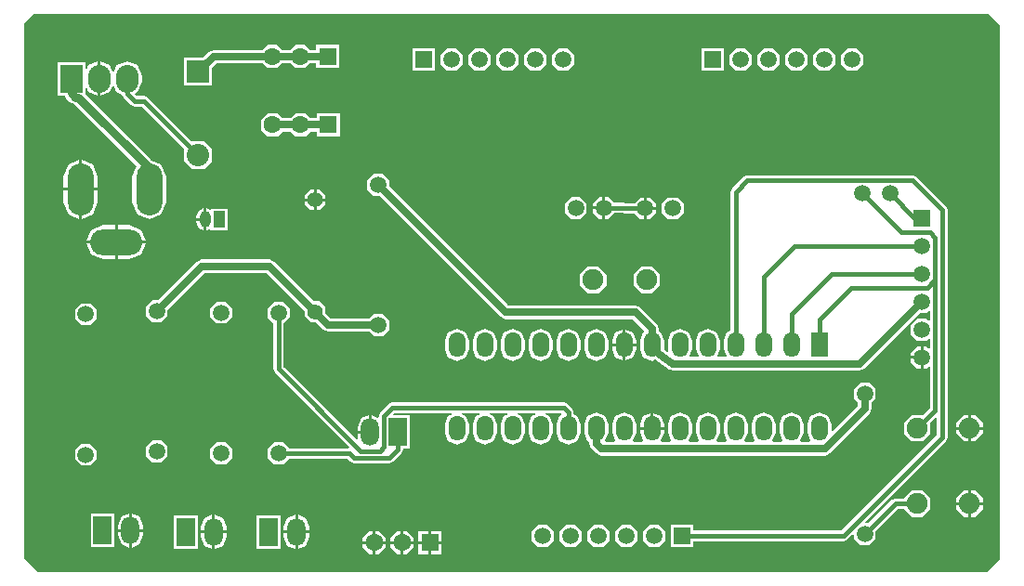
<source format=gbl>
G04*
G04 #@! TF.GenerationSoftware,Altium Limited,Altium Designer,24.1.2 (44)*
G04*
G04 Layer_Physical_Order=2*
G04 Layer_Color=16711680*
%FSLAX44Y44*%
%MOMM*%
G71*
G04*
G04 #@! TF.SameCoordinates,1A3C5EF7-D8C1-486F-82F1-317441259842*
G04*
G04*
G04 #@! TF.FilePolarity,Positive*
G04*
G01*
G75*
%ADD10C,0.3810*%
%ADD17C,0.7620*%
%ADD40C,0.6350*%
%ADD41R,1.5240X2.2860*%
%ADD42O,1.5240X2.2860*%
%ADD43C,1.9050*%
%ADD44R,1.0000X1.5000*%
%ADD45O,1.0000X1.5000*%
%ADD46C,1.5000*%
%ADD47C,2.0320*%
%ADD48R,2.0320X2.0320*%
%ADD49O,2.0320X2.5400*%
%ADD50R,2.0320X2.5400*%
%ADD51O,2.3500X4.7500*%
%ADD52O,4.7500X2.3500*%
%ADD53C,1.5200*%
%ADD54R,1.5200X1.5200*%
%ADD55R,1.5200X1.5200*%
%ADD56O,1.6510X2.5400*%
%ADD57R,1.6510X2.5400*%
%ADD58C,1.4000*%
%ADD59R,1.6000X1.6000*%
%ADD60C,1.6000*%
G36*
X894519Y503728D02*
Y17260D01*
X882714Y5455D01*
X17759D01*
X5562Y17652D01*
Y505481D01*
X14596Y514516D01*
X883730D01*
X894519Y503728D01*
D02*
G37*
%LPC*%
G36*
X292580Y485980D02*
X271500D01*
Y481626D01*
X265360D01*
X261005Y485980D01*
X252274D01*
X247920Y481626D01*
X239960D01*
X235606Y485980D01*
X226874D01*
X222520Y481626D01*
X177900D01*
X173526Y479814D01*
X167882Y474170D01*
X151230D01*
Y448770D01*
X176630D01*
Y465422D01*
X180462Y469254D01*
X222520D01*
X226874Y464900D01*
X235606D01*
X239960Y469254D01*
X247920D01*
X252274Y464900D01*
X261005D01*
X265360Y469254D01*
X271500D01*
Y464900D01*
X292580D01*
Y485980D01*
D02*
G37*
G36*
X72490Y470880D02*
X64040Y467380D01*
X62305Y463193D01*
X61060Y463441D01*
Y470360D01*
X35660D01*
Y439880D01*
X42336D01*
X43500Y437071D01*
X47052Y433518D01*
X50974Y431893D01*
X107531Y375337D01*
X103766Y366250D01*
Y342250D01*
X108297Y331313D01*
X119234Y326782D01*
X130171Y331313D01*
X134701Y342250D01*
Y366250D01*
X130171Y377187D01*
X121551Y380757D01*
X61060Y441248D01*
Y446799D01*
X62305Y447047D01*
X64040Y442860D01*
X72490Y439360D01*
Y455120D01*
Y470880D01*
D02*
G37*
G36*
X763760Y483040D02*
X755360D01*
X749420Y477100D01*
Y468700D01*
X755360Y462760D01*
X763760D01*
X769700Y468700D01*
Y477100D01*
X763760Y483040D01*
D02*
G37*
G36*
X738360D02*
X729960D01*
X724020Y477100D01*
Y468700D01*
X729960Y462760D01*
X738360D01*
X744300Y468700D01*
Y477100D01*
X738360Y483040D01*
D02*
G37*
G36*
X712960D02*
X704560D01*
X698620Y477100D01*
Y468700D01*
X704560Y462760D01*
X712960D01*
X718900Y468700D01*
Y477100D01*
X712960Y483040D01*
D02*
G37*
G36*
X687560D02*
X679160D01*
X673220Y477100D01*
Y468700D01*
X679160Y462760D01*
X687560D01*
X693500Y468700D01*
Y477100D01*
X687560Y483040D01*
D02*
G37*
G36*
X662160D02*
X653760D01*
X647820Y477100D01*
Y468700D01*
X653760Y462760D01*
X662160D01*
X668100Y468700D01*
Y477100D01*
X662160Y483040D01*
D02*
G37*
G36*
X642700D02*
X622420D01*
Y462760D01*
X642700D01*
Y483040D01*
D02*
G37*
G36*
X500870D02*
X492470D01*
X486530Y477100D01*
Y468700D01*
X492470Y462760D01*
X500870D01*
X506810Y468700D01*
Y477100D01*
X500870Y483040D01*
D02*
G37*
G36*
X475470D02*
X467070D01*
X461130Y477100D01*
Y468700D01*
X467070Y462760D01*
X475470D01*
X481410Y468700D01*
Y477100D01*
X475470Y483040D01*
D02*
G37*
G36*
X450070D02*
X441670D01*
X435730Y477100D01*
Y468700D01*
X441670Y462760D01*
X450070D01*
X456010Y468700D01*
Y477100D01*
X450070Y483040D01*
D02*
G37*
G36*
X424670D02*
X416270D01*
X410330Y477100D01*
Y468700D01*
X416270Y462760D01*
X424670D01*
X430610Y468700D01*
Y477100D01*
X424670Y483040D01*
D02*
G37*
G36*
X399270D02*
X390870D01*
X384930Y477100D01*
Y468700D01*
X390870Y462760D01*
X399270D01*
X405210Y468700D01*
Y477100D01*
X399270Y483040D01*
D02*
G37*
G36*
X379810D02*
X359530D01*
Y462760D01*
X379810D01*
Y483040D01*
D02*
G37*
G36*
X99160Y471406D02*
X89440Y467380D01*
X87095Y461719D01*
X85825D01*
X83480Y467380D01*
X75030Y470880D01*
Y455120D01*
Y439360D01*
X83480Y442860D01*
X85825Y448521D01*
X87095D01*
X89440Y442860D01*
X94583Y440729D01*
X95758Y437893D01*
X102485Y431166D01*
X105887Y429757D01*
X112639D01*
X151547Y390848D01*
X151230Y390530D01*
Y380009D01*
X158669Y372570D01*
X169190D01*
X176630Y380009D01*
Y390530D01*
X169190Y397970D01*
X158669D01*
X158352Y397652D01*
X118033Y437970D01*
X114631Y439379D01*
X107880D01*
X106520Y440739D01*
X106768Y441985D01*
X108880Y442860D01*
X112906Y452580D01*
Y457660D01*
X108880Y467380D01*
X99160Y471406D01*
D02*
G37*
G36*
X293088Y423750D02*
X272008D01*
Y419396D01*
X265868D01*
X261514Y423750D01*
X252782D01*
X248428Y419396D01*
X240468D01*
X236113Y423750D01*
X227382D01*
X221208Y417576D01*
Y408844D01*
X227382Y402670D01*
X236113D01*
X240468Y407024D01*
X248428D01*
X252782Y402670D01*
X261514D01*
X265868Y407024D01*
X272008D01*
Y402670D01*
X293088D01*
Y423750D01*
D02*
G37*
G36*
X58020Y381191D02*
Y355520D01*
X72217D01*
Y366250D01*
X67687Y377187D01*
X58020Y381191D01*
D02*
G37*
G36*
X55480D02*
X45813Y377187D01*
X41283Y366250D01*
Y355520D01*
X55480D01*
Y381191D01*
D02*
G37*
G36*
X274307Y354370D02*
X271626D01*
Y346100D01*
X279896D01*
Y348782D01*
X274307Y354370D01*
D02*
G37*
G36*
X269086D02*
X266404D01*
X260816Y348782D01*
Y346100D01*
X269086D01*
Y354370D01*
D02*
G37*
G36*
X531976Y347558D02*
X529087D01*
X523206Y341676D01*
Y338788D01*
X531976D01*
Y347558D01*
D02*
G37*
G36*
X575250Y347050D02*
X572362D01*
Y338280D01*
X581132D01*
Y341169D01*
X575250Y347050D01*
D02*
G37*
G36*
X279896Y343560D02*
X271626D01*
Y335290D01*
X274307D01*
X279896Y340878D01*
Y343560D01*
D02*
G37*
G36*
X269086D02*
X260816D01*
Y340878D01*
X266404Y335290D01*
X269086D01*
Y343560D01*
D02*
G37*
G36*
X169010Y336985D02*
X164509Y335121D01*
X162118Y329350D01*
Y328120D01*
X169010D01*
Y336985D01*
D02*
G37*
G36*
X531976Y336248D02*
X523206D01*
Y333359D01*
X529087Y327478D01*
X531976D01*
Y336248D01*
D02*
G37*
G36*
X512004Y347558D02*
X503687D01*
X497806Y341676D01*
Y333359D01*
X503687Y327478D01*
X512004D01*
X517886Y333359D01*
Y341676D01*
X512004Y347558D01*
D02*
G37*
G36*
X72217Y352980D02*
X58020D01*
Y327309D01*
X67687Y331313D01*
X72217Y342250D01*
Y352980D01*
D02*
G37*
G36*
X55480D02*
X41283D01*
Y342250D01*
X45813Y331313D01*
X55480Y327309D01*
Y352980D01*
D02*
G37*
G36*
X600650Y347050D02*
X592333D01*
X586452Y341169D01*
Y332851D01*
X592333Y326970D01*
X600650D01*
X606532Y332851D01*
Y341169D01*
X600650Y347050D01*
D02*
G37*
G36*
X581132Y335740D02*
X572362D01*
Y326970D01*
X575250D01*
X581132Y332851D01*
Y335740D01*
D02*
G37*
G36*
X537404Y347558D02*
X534516D01*
Y337518D01*
Y327478D01*
X537404D01*
X542633Y332706D01*
X551193D01*
X552419Y332198D01*
X561704D01*
X566933Y326970D01*
X569822D01*
Y337010D01*
Y347050D01*
X566933D01*
X561704Y341821D01*
X553138D01*
X551911Y342329D01*
X542633D01*
X537404Y347558D01*
D02*
G37*
G36*
X171550Y336985D02*
Y326850D01*
Y316715D01*
X174384Y317889D01*
X175440Y317183D01*
Y316810D01*
X190520D01*
Y336890D01*
X175440D01*
Y336517D01*
X174384Y335811D01*
X171550Y336985D01*
D02*
G37*
G36*
X169010Y325580D02*
X162118D01*
Y324350D01*
X164509Y318579D01*
X169010Y316715D01*
Y325580D01*
D02*
G37*
G36*
X101262Y321711D02*
X90532D01*
Y307514D01*
X116203D01*
X112199Y317181D01*
X101262Y321711D01*
D02*
G37*
G36*
X87992D02*
X77262D01*
X66325Y317181D01*
X62321Y307514D01*
X87992D01*
Y321711D01*
D02*
G37*
G36*
X116203Y304974D02*
X90532D01*
Y290776D01*
X101262D01*
X112199Y295307D01*
X116203Y304974D01*
D02*
G37*
G36*
X87992D02*
X62321D01*
X66325Y295307D01*
X77262Y290776D01*
X87992D01*
Y304974D01*
D02*
G37*
G36*
X577729Y283797D02*
X567734D01*
X560667Y276729D01*
Y266734D01*
X567734Y259667D01*
X577729D01*
X584797Y266734D01*
Y276729D01*
X577729Y283797D01*
D02*
G37*
G36*
X528729D02*
X518734D01*
X511667Y276729D01*
Y266734D01*
X518734Y259667D01*
X528729D01*
X535797Y266734D01*
Y276729D01*
X528729Y283797D01*
D02*
G37*
G36*
X332172Y368632D02*
X323855D01*
X317974Y362750D01*
Y354433D01*
X323855Y348552D01*
X329306D01*
X439941Y237916D01*
X444315Y236104D01*
X559509D01*
X570147Y225466D01*
X569899Y224221D01*
X569574Y224086D01*
X566353Y216310D01*
Y208690D01*
X569574Y200914D01*
X577350Y197693D01*
X580464Y198983D01*
X592734Y190305D01*
X594569Y189889D01*
X596306Y189169D01*
X766721D01*
X771095Y190981D01*
X821894Y241780D01*
X827486D01*
X829391Y243685D01*
X830564Y243199D01*
Y235241D01*
X829391Y234755D01*
X827486Y236660D01*
X819086D01*
X813146Y230720D01*
Y222320D01*
X819086Y216380D01*
X827486D01*
X829391Y218284D01*
X830564Y217799D01*
Y209841D01*
X829391Y209355D01*
X827486Y211260D01*
X824556D01*
Y201120D01*
Y190980D01*
X827486D01*
X829391Y192885D01*
X830564Y192398D01*
Y154976D01*
X824125Y148537D01*
X823993Y148669D01*
X813998D01*
X806931Y141601D01*
Y131606D01*
X813998Y124539D01*
X823993D01*
X831061Y131606D01*
Y141601D01*
X830929Y141733D01*
X835741Y146545D01*
X836914Y146059D01*
Y130237D01*
X749794Y43117D01*
X615014D01*
Y48446D01*
X594734D01*
Y28166D01*
X615014D01*
Y33495D01*
X751787D01*
X755189Y34904D01*
X760030Y39745D01*
X761204Y39259D01*
Y35679D01*
X767085Y29798D01*
X775402D01*
X781284Y35679D01*
Y43074D01*
X801169Y62958D01*
X806931D01*
Y62772D01*
X813998Y55705D01*
X823993D01*
X831061Y62772D01*
Y72767D01*
X823993Y79835D01*
X813998D01*
X806931Y72767D01*
Y72581D01*
X799176D01*
X795773Y71172D01*
X774480Y49878D01*
X771822D01*
X771336Y51051D01*
X845127Y124842D01*
X846536Y128244D01*
Y335508D01*
X845127Y338910D01*
X818203Y365834D01*
X814801Y367243D01*
X664179D01*
X660777Y365834D01*
X650148Y355205D01*
X648739Y351803D01*
Y225314D01*
X645774Y224086D01*
X642553Y216310D01*
Y208690D01*
X645077Y202597D01*
X644371Y201541D01*
X637329D01*
X636623Y202597D01*
X639147Y208690D01*
Y216310D01*
X635926Y224086D01*
X628150Y227307D01*
X620374Y224086D01*
X617153Y216310D01*
Y208690D01*
X619677Y202597D01*
X618971Y201541D01*
X611929D01*
X611223Y202597D01*
X613747Y208690D01*
Y216310D01*
X610526Y224086D01*
X602750Y227307D01*
X594974Y224086D01*
X591753Y216310D01*
Y208690D01*
X592364Y207214D01*
X591372Y206422D01*
X588306Y208590D01*
X588347Y208690D01*
Y216310D01*
X585126Y224086D01*
X583536Y224745D01*
Y227012D01*
X581724Y231386D01*
X566445Y246664D01*
X562071Y248476D01*
X446878D01*
X338054Y357300D01*
Y362750D01*
X332172Y368632D01*
D02*
G37*
G36*
X189170Y252046D02*
X180853D01*
X174972Y246164D01*
Y237847D01*
X180853Y231966D01*
X189170D01*
X195052Y237847D01*
Y246164D01*
X189170Y252046D01*
D02*
G37*
G36*
X65726Y250522D02*
X57409D01*
X51528Y244640D01*
Y236323D01*
X57409Y230442D01*
X65726D01*
X71608Y236323D01*
Y244640D01*
X65726Y250522D01*
D02*
G37*
G36*
X228985Y290386D02*
X167008D01*
X162634Y288574D01*
X127376Y253316D01*
X121925D01*
X116044Y247434D01*
Y239117D01*
X121925Y233236D01*
X130242D01*
X136124Y239117D01*
Y244568D01*
X169571Y278014D01*
X226423D01*
X260816Y243622D01*
Y238878D01*
X266404Y233290D01*
X271148D01*
X278219Y226218D01*
X282593Y224406D01*
X320001D01*
X323855Y220552D01*
X332172D01*
X338054Y226433D01*
Y234751D01*
X332172Y240632D01*
X323855D01*
X320001Y236778D01*
X285156D01*
X279896Y242038D01*
Y246781D01*
X274307Y252370D01*
X269564D01*
X233359Y288574D01*
X228985Y290386D01*
D02*
G37*
G36*
X553220Y226781D02*
Y213770D01*
X562947D01*
Y216310D01*
X559726Y224086D01*
X553220Y226781D01*
D02*
G37*
G36*
X550680D02*
X544174Y224086D01*
X540953Y216310D01*
Y213770D01*
X550680D01*
Y226781D01*
D02*
G37*
G36*
X822016Y211260D02*
X819086D01*
X813146Y205320D01*
Y202390D01*
X822016D01*
Y211260D01*
D02*
G37*
G36*
X562947Y211230D02*
X553220D01*
Y198219D01*
X559726Y200914D01*
X562947Y208690D01*
Y211230D01*
D02*
G37*
G36*
X550680D02*
X540953D01*
Y208690D01*
X544174Y200914D01*
X550680Y198219D01*
Y211230D01*
D02*
G37*
G36*
X526550Y227307D02*
X518774Y224086D01*
X515553Y216310D01*
Y208690D01*
X518774Y200914D01*
X526550Y197693D01*
X534326Y200914D01*
X537547Y208690D01*
Y216310D01*
X534326Y224086D01*
X526550Y227307D01*
D02*
G37*
G36*
X501150D02*
X493374Y224086D01*
X490153Y216310D01*
Y208690D01*
X493374Y200914D01*
X501150Y197693D01*
X508926Y200914D01*
X512147Y208690D01*
Y216310D01*
X508926Y224086D01*
X501150Y227307D01*
D02*
G37*
G36*
X475750D02*
X467974Y224086D01*
X464753Y216310D01*
Y208690D01*
X467974Y200914D01*
X475750Y197693D01*
X483526Y200914D01*
X486747Y208690D01*
Y216310D01*
X483526Y224086D01*
X475750Y227307D01*
D02*
G37*
G36*
X450350D02*
X442574Y224086D01*
X439353Y216310D01*
Y208690D01*
X442574Y200914D01*
X450350Y197693D01*
X458126Y200914D01*
X461347Y208690D01*
Y216310D01*
X458126Y224086D01*
X450350Y227307D01*
D02*
G37*
G36*
X424950D02*
X417174Y224086D01*
X413953Y216310D01*
Y208690D01*
X417174Y200914D01*
X424950Y197693D01*
X432726Y200914D01*
X435947Y208690D01*
Y216310D01*
X432726Y224086D01*
X424950Y227307D01*
D02*
G37*
G36*
X399550D02*
X391774Y224086D01*
X388553Y216310D01*
Y208690D01*
X391774Y200914D01*
X399550Y197693D01*
X407326Y200914D01*
X410547Y208690D01*
Y216310D01*
X407326Y224086D01*
X399550Y227307D01*
D02*
G37*
G36*
X822016Y199850D02*
X813146D01*
Y196920D01*
X819086Y190980D01*
X822016D01*
Y199850D01*
D02*
G37*
G36*
X871745Y148669D02*
X868018D01*
Y137874D01*
X878813D01*
Y141601D01*
X871745Y148669D01*
D02*
G37*
G36*
X865478D02*
X861750D01*
X854683Y141601D01*
Y137874D01*
X865478D01*
Y148669D01*
D02*
G37*
G36*
X578620Y150581D02*
Y137570D01*
X588347D01*
Y140110D01*
X585126Y147886D01*
X578620Y150581D01*
D02*
G37*
G36*
X576080D02*
X569574Y147886D01*
X566353Y140110D01*
Y137570D01*
X576080D01*
Y150581D01*
D02*
G37*
G36*
X319378Y148651D02*
X312386Y145755D01*
X308963Y137493D01*
Y134318D01*
X319378D01*
Y148651D01*
D02*
G37*
G36*
X775402Y177878D02*
X767085D01*
X761204Y171996D01*
Y163679D01*
X765058Y159825D01*
Y156591D01*
X742017Y133550D01*
X740747Y134076D01*
Y140110D01*
X737526Y147886D01*
X729750Y151107D01*
X721974Y147886D01*
X718753Y140110D01*
Y132490D01*
X721737Y125286D01*
X721012Y124016D01*
X713087D01*
X712363Y125286D01*
X715347Y132490D01*
Y140110D01*
X712126Y147886D01*
X704350Y151107D01*
X696574Y147886D01*
X693353Y140110D01*
Y132490D01*
X696337Y125286D01*
X695612Y124016D01*
X687687D01*
X686963Y125286D01*
X689947Y132490D01*
Y140110D01*
X686726Y147886D01*
X678950Y151107D01*
X671174Y147886D01*
X667953Y140110D01*
Y132490D01*
X670937Y125286D01*
X670212Y124016D01*
X662287D01*
X661563Y125286D01*
X664547Y132490D01*
Y140110D01*
X661326Y147886D01*
X653550Y151107D01*
X645774Y147886D01*
X642553Y140110D01*
Y132490D01*
X645537Y125286D01*
X644812Y124016D01*
X636887D01*
X636163Y125286D01*
X639147Y132490D01*
Y140110D01*
X635926Y147886D01*
X628150Y151107D01*
X620374Y147886D01*
X617153Y140110D01*
Y132490D01*
X620137Y125286D01*
X619412Y124016D01*
X611487D01*
X610763Y125286D01*
X613747Y132490D01*
Y140110D01*
X610526Y147886D01*
X602750Y151107D01*
X594974Y147886D01*
X591753Y140110D01*
Y132490D01*
X594737Y125286D01*
X594012Y124016D01*
X586087D01*
X585363Y125286D01*
X588347Y132490D01*
Y135030D01*
X577350D01*
X566353D01*
Y132490D01*
X569337Y125286D01*
X568612Y124016D01*
X560687D01*
X559963Y125286D01*
X562947Y132490D01*
Y140110D01*
X559726Y147886D01*
X551950Y151107D01*
X544174Y147886D01*
X540953Y140110D01*
Y132490D01*
X543937Y125286D01*
X543212Y124016D01*
X535287D01*
X534563Y125286D01*
X537547Y132490D01*
Y140110D01*
X534326Y147886D01*
X526550Y151107D01*
X518774Y147886D01*
X515553Y140110D01*
Y132490D01*
X518774Y124714D01*
X520364Y124055D01*
Y122618D01*
X522176Y118244D01*
X526963Y113456D01*
X531337Y111644D01*
X735045D01*
X739419Y113456D01*
X775618Y149655D01*
X777430Y154029D01*
Y159825D01*
X781284Y163679D01*
Y171996D01*
X775402Y177878D01*
D02*
G37*
G36*
X878813Y135334D02*
X868018D01*
Y124539D01*
X871745D01*
X878813Y131606D01*
Y135334D01*
D02*
G37*
G36*
X865478D02*
X854683D01*
Y131606D01*
X861750Y124539D01*
X865478D01*
Y135334D01*
D02*
G37*
G36*
X241240Y251538D02*
X232923D01*
X227042Y245656D01*
Y237339D01*
X232271Y232110D01*
Y190852D01*
X233680Y187449D01*
X301550Y119579D01*
X301024Y118309D01*
X246469D01*
X241240Y123538D01*
X232923D01*
X227042Y117657D01*
Y109339D01*
X232923Y103458D01*
X241240D01*
X246469Y108687D01*
X299605D01*
X302141Y106151D01*
X305543Y104741D01*
X338278D01*
X341680Y106151D01*
X349450Y113920D01*
X350859Y117322D01*
Y117808D01*
X356843D01*
Y148288D01*
X342166D01*
X341680Y149461D01*
X342830Y150611D01*
X395097D01*
X395345Y149365D01*
X391774Y147886D01*
X388553Y140110D01*
Y132490D01*
X391774Y124714D01*
X399550Y121493D01*
X407326Y124714D01*
X410547Y132490D01*
Y140110D01*
X407326Y147886D01*
X403755Y149365D01*
X404003Y150611D01*
X420497D01*
X420745Y149365D01*
X417174Y147886D01*
X413953Y140110D01*
Y132490D01*
X417174Y124714D01*
X424950Y121493D01*
X432726Y124714D01*
X435947Y132490D01*
Y140110D01*
X432726Y147886D01*
X429155Y149365D01*
X429403Y150611D01*
X445897D01*
X446145Y149365D01*
X442574Y147886D01*
X439353Y140110D01*
Y132490D01*
X442574Y124714D01*
X450350Y121493D01*
X458126Y124714D01*
X461347Y132490D01*
Y140110D01*
X458126Y147886D01*
X454555Y149365D01*
X454803Y150611D01*
X471297D01*
X471545Y149365D01*
X467974Y147886D01*
X464753Y140110D01*
Y132490D01*
X467974Y124714D01*
X475750Y121493D01*
X483526Y124714D01*
X486747Y132490D01*
Y140110D01*
X483526Y147886D01*
X479955Y149365D01*
X480203Y150611D01*
X494434D01*
X495096Y149835D01*
X494785Y148471D01*
X493374Y147886D01*
X490153Y140110D01*
Y132490D01*
X493374Y124714D01*
X501150Y121493D01*
X508926Y124714D01*
X512147Y132490D01*
Y140110D01*
X508926Y147886D01*
X505961Y149114D01*
Y151358D01*
X504552Y154760D01*
X500488Y158824D01*
X497086Y160233D01*
X340837D01*
X337435Y158824D01*
X329946Y151335D01*
X328536Y147933D01*
Y147053D01*
X327481Y146347D01*
X321918Y148651D01*
Y133048D01*
X320648D01*
Y131778D01*
X308963D01*
Y128603D01*
X309718Y126781D01*
X308662Y126076D01*
X241893Y192844D01*
Y232110D01*
X247122Y237339D01*
Y245656D01*
X241240Y251538D01*
D02*
G37*
G36*
X130242Y125316D02*
X121925D01*
X116044Y119435D01*
Y111117D01*
X121925Y105236D01*
X130242D01*
X136124Y111117D01*
Y119435D01*
X130242Y125316D01*
D02*
G37*
G36*
X189170Y124046D02*
X180853D01*
X174972Y118165D01*
Y109847D01*
X180853Y103966D01*
X189170D01*
X195052Y109847D01*
Y118165D01*
X189170Y124046D01*
D02*
G37*
G36*
X65726Y122522D02*
X57409D01*
X51528Y116641D01*
Y108323D01*
X57409Y102442D01*
X65726D01*
X71608Y108323D01*
Y116641D01*
X65726Y122522D01*
D02*
G37*
G36*
X871745Y79835D02*
X868018D01*
Y69040D01*
X878813D01*
Y72767D01*
X871745Y79835D01*
D02*
G37*
G36*
X865478D02*
X861750D01*
X854683Y72767D01*
Y69040D01*
X865478D01*
Y79835D01*
D02*
G37*
G36*
X878813Y66500D02*
X868018D01*
Y55705D01*
X871745D01*
X878813Y62772D01*
Y66500D01*
D02*
G37*
G36*
X865478D02*
X854683D01*
Y62772D01*
X861750Y55705D01*
X865478D01*
Y66500D01*
D02*
G37*
G36*
X103478Y58989D02*
Y44656D01*
X113892D01*
Y47831D01*
X110470Y56093D01*
X103478Y58989D01*
D02*
G37*
G36*
X100938D02*
X93946Y56093D01*
X90523Y47831D01*
Y44656D01*
X100938D01*
Y58989D01*
D02*
G37*
G36*
X254862Y57719D02*
Y43386D01*
X265276D01*
Y46561D01*
X261854Y54823D01*
X254862Y57719D01*
D02*
G37*
G36*
X252322D02*
X245330Y54823D01*
X241907Y46561D01*
Y43386D01*
X252322D01*
Y57719D01*
D02*
G37*
G36*
X179170D02*
Y43386D01*
X189584D01*
Y46561D01*
X186162Y54823D01*
X179170Y57719D01*
D02*
G37*
G36*
X176630D02*
X169638Y54823D01*
X166215Y46561D01*
Y43386D01*
X176630D01*
Y57719D01*
D02*
G37*
G36*
X385798Y43004D02*
X376528D01*
Y33734D01*
X385798D01*
Y43004D01*
D02*
G37*
G36*
X328824D02*
X325728D01*
Y33734D01*
X334998D01*
Y36830D01*
X328824Y43004D01*
D02*
G37*
G36*
X354224D02*
X351128D01*
Y33734D01*
X360398D01*
Y36830D01*
X354224Y43004D01*
D02*
G37*
G36*
X373988D02*
X364718D01*
Y33734D01*
X373988D01*
Y43004D01*
D02*
G37*
G36*
X323188D02*
X320092D01*
X313918Y36830D01*
Y33734D01*
X323188D01*
Y43004D01*
D02*
G37*
G36*
X348588D02*
X345492D01*
X339318Y36830D01*
Y33734D01*
X348588D01*
Y43004D01*
D02*
G37*
G36*
X583674Y48446D02*
X575274D01*
X569334Y42506D01*
Y34106D01*
X575274Y28166D01*
X583674D01*
X589614Y34106D01*
Y42506D01*
X583674Y48446D01*
D02*
G37*
G36*
X558274D02*
X549874D01*
X543934Y42506D01*
Y34106D01*
X549874Y28166D01*
X558274D01*
X564214Y34106D01*
Y42506D01*
X558274Y48446D01*
D02*
G37*
G36*
X532874D02*
X524474D01*
X518534Y42506D01*
Y34106D01*
X524474Y28166D01*
X532874D01*
X538814Y34106D01*
Y42506D01*
X532874Y48446D01*
D02*
G37*
G36*
X507474D02*
X499074D01*
X493134Y42506D01*
Y34106D01*
X499074Y28166D01*
X507474D01*
X513414Y34106D01*
Y42506D01*
X507474Y48446D01*
D02*
G37*
G36*
X482074D02*
X473674D01*
X467734Y42506D01*
Y34106D01*
X473674Y28166D01*
X482074D01*
X488014Y34106D01*
Y42506D01*
X482074Y48446D01*
D02*
G37*
G36*
X87603Y58626D02*
X66013D01*
Y28146D01*
X87603D01*
Y58626D01*
D02*
G37*
G36*
X113892Y42116D02*
X103478D01*
Y27782D01*
X110470Y30679D01*
X113892Y38941D01*
Y42116D01*
D02*
G37*
G36*
X100938D02*
X90523D01*
Y38941D01*
X93946Y30679D01*
X100938Y27782D01*
Y42116D01*
D02*
G37*
G36*
X238987Y57356D02*
X217397D01*
Y26876D01*
X238987D01*
Y57356D01*
D02*
G37*
G36*
X163295D02*
X141705D01*
Y26876D01*
X163295D01*
Y57356D01*
D02*
G37*
G36*
X265276Y40846D02*
X254862D01*
Y26512D01*
X261854Y29409D01*
X265276Y37671D01*
Y40846D01*
D02*
G37*
G36*
X252322D02*
X241907D01*
Y37671D01*
X245330Y29409D01*
X252322Y26512D01*
Y40846D01*
D02*
G37*
G36*
X189584D02*
X179170D01*
Y26512D01*
X186162Y29409D01*
X189584Y37671D01*
Y40846D01*
D02*
G37*
G36*
X176630D02*
X166215D01*
Y37671D01*
X169638Y29409D01*
X176630Y26512D01*
Y40846D01*
D02*
G37*
G36*
X385798Y31194D02*
X376528D01*
Y21924D01*
X385798D01*
Y31194D01*
D02*
G37*
G36*
X373988D02*
X364718D01*
Y21924D01*
X373988D01*
Y31194D01*
D02*
G37*
G36*
X360398D02*
X351128D01*
Y21924D01*
X354224D01*
X360398Y28098D01*
Y31194D01*
D02*
G37*
G36*
X348588D02*
X339318D01*
Y28098D01*
X345492Y21924D01*
X348588D01*
Y31194D01*
D02*
G37*
G36*
X334998D02*
X325728D01*
Y21924D01*
X328824D01*
X334998Y28098D01*
Y31194D01*
D02*
G37*
G36*
X323188D02*
X313918D01*
Y28098D01*
X320092Y21924D01*
X323188D01*
Y31194D01*
D02*
G37*
%LPD*%
D10*
X835375Y272008D02*
Y310108D01*
Y152983D02*
Y272008D01*
X653550Y212500D02*
Y351803D01*
X664179Y362432D01*
X814801D01*
X841725Y335508D01*
Y128244D02*
Y335508D01*
X751787Y38306D02*
X841725Y128244D01*
X604874Y38306D02*
X751787D01*
X816456Y328120D02*
X823286D01*
X794104Y350472D02*
X816456Y328120D01*
X799176Y67770D02*
X818996D01*
X771244Y39838D02*
X799176Y67770D01*
X678950Y212500D02*
Y274587D01*
X707083Y302720D01*
X823286D01*
X99160Y441296D02*
Y455120D01*
Y441296D02*
X105887Y434568D01*
X114631D01*
X163930Y385270D01*
X818996Y136604D02*
X835375Y152983D01*
X830549Y314934D02*
X835375Y310108D01*
X804241Y314934D02*
X830549D01*
X768704Y350472D02*
X804241Y314934D01*
X729750Y212500D02*
Y235471D01*
X758921Y264642D01*
X828009D01*
X835375Y272008D01*
X741157Y277320D02*
X823286D01*
X704350Y240512D02*
X741157Y277320D01*
X704350Y212500D02*
Y240512D01*
X346048Y117322D02*
Y133048D01*
X338278Y109553D02*
X346048Y117322D01*
X305543Y109553D02*
X338278D01*
X301598Y113498D02*
X305543Y109553D01*
X237082Y113498D02*
X301598D01*
X237082Y190852D02*
Y241498D01*
Y190852D02*
X312031Y115903D01*
X329642D01*
X333348Y119608D01*
Y147933D01*
X340837Y155422D01*
X497086D01*
X501150Y151358D01*
Y136300D02*
Y151358D01*
X170280Y326850D02*
Y326872D01*
X102208Y43154D02*
Y43386D01*
X552419Y337010D02*
X571092D01*
X551911Y337518D02*
X552419Y337010D01*
X533246Y337518D02*
X551911D01*
D17*
X48360Y441931D02*
Y455120D01*
Y441931D02*
X51912Y438378D01*
X54210D01*
X119234Y373354D01*
Y354250D02*
Y373354D01*
D40*
X231748Y413210D02*
X257148D01*
X282548D01*
X256640Y475440D02*
X282040D01*
X231240D02*
X256640D01*
X282593Y230592D02*
X328014D01*
X270356Y242830D02*
X282593Y230592D01*
X177900Y475440D02*
X231240D01*
X163930Y461470D02*
X177900Y475440D01*
X577350Y212500D02*
Y227012D01*
X562071Y242290D02*
X577350Y227012D01*
X444315Y242290D02*
X562071D01*
X328014Y358592D02*
X444315Y242290D01*
X526550Y122618D02*
Y136300D01*
Y122618D02*
X531337Y117830D01*
X735045D01*
X771244Y154029D01*
Y167838D01*
X577350Y208762D02*
Y212500D01*
Y208762D02*
X596306Y195355D01*
X766721D01*
X823286Y251920D01*
X228985Y284200D02*
X270356Y242830D01*
X167008Y284200D02*
X228985D01*
X126084Y243276D02*
X167008Y284200D01*
D41*
X729750Y212500D02*
D03*
D42*
X704350D02*
D03*
X678950D02*
D03*
X653550D02*
D03*
X628150D02*
D03*
X602750D02*
D03*
X577350D02*
D03*
X551950D02*
D03*
X526550D02*
D03*
X501150D02*
D03*
X475750D02*
D03*
X450350D02*
D03*
X424950D02*
D03*
X399550D02*
D03*
X729750Y136300D02*
D03*
X704350D02*
D03*
X678950D02*
D03*
X653550D02*
D03*
X628150D02*
D03*
X602750D02*
D03*
X577350D02*
D03*
X551950D02*
D03*
X526550D02*
D03*
X501150D02*
D03*
X475750D02*
D03*
X450350D02*
D03*
X424950D02*
D03*
X399550D02*
D03*
D43*
X866748Y67770D02*
D03*
X818996Y136604D02*
D03*
X866748D02*
D03*
X818996Y67770D02*
D03*
X572732Y271732D02*
D03*
X523732D02*
D03*
D44*
X182980Y326850D02*
D03*
D45*
X170280D02*
D03*
D46*
X768704Y350472D02*
D03*
X794104D02*
D03*
X771244Y167838D02*
D03*
Y39838D02*
D03*
X596492Y337010D02*
D03*
X571092D02*
D03*
X507846Y337518D02*
D03*
X533246D02*
D03*
X328014Y358592D02*
D03*
Y230592D02*
D03*
X185012Y114006D02*
D03*
Y242006D02*
D03*
X237082Y241498D02*
D03*
Y113498D02*
D03*
X61568Y240482D02*
D03*
Y112482D02*
D03*
X126084Y243276D02*
D03*
Y115276D02*
D03*
D47*
X163930Y385270D02*
D03*
D48*
Y461470D02*
D03*
D49*
X99160Y455120D02*
D03*
X73760D02*
D03*
D50*
X48360D02*
D03*
D51*
X119234Y354250D02*
D03*
X56750D02*
D03*
D52*
X89262Y306244D02*
D03*
D53*
X823286Y201120D02*
D03*
Y226520D02*
D03*
Y251920D02*
D03*
Y277320D02*
D03*
Y302720D02*
D03*
X395070Y472900D02*
D03*
X420470D02*
D03*
X445870D02*
D03*
X471270D02*
D03*
X496670D02*
D03*
X579474Y38306D02*
D03*
X554074D02*
D03*
X528674D02*
D03*
X503274D02*
D03*
X477874D02*
D03*
X759560Y472900D02*
D03*
X734160D02*
D03*
X708760D02*
D03*
X683360D02*
D03*
X657960D02*
D03*
D54*
X823286Y328120D02*
D03*
D55*
X369670Y472900D02*
D03*
X604874Y38306D02*
D03*
X632560Y472900D02*
D03*
D56*
X102208Y43386D02*
D03*
X177900Y42116D02*
D03*
X253592D02*
D03*
X320648Y133048D02*
D03*
D57*
X76808Y43386D02*
D03*
X152500Y42116D02*
D03*
X228192D02*
D03*
X346048Y133048D02*
D03*
D58*
X270356Y242830D02*
D03*
Y344830D02*
D03*
D59*
X282040Y475440D02*
D03*
X282548Y413210D02*
D03*
X375258Y32464D02*
D03*
D60*
X256640Y475440D02*
D03*
X231240D02*
D03*
X257148Y413210D02*
D03*
X231748D02*
D03*
X349858Y32464D02*
D03*
X324458D02*
D03*
M02*

</source>
